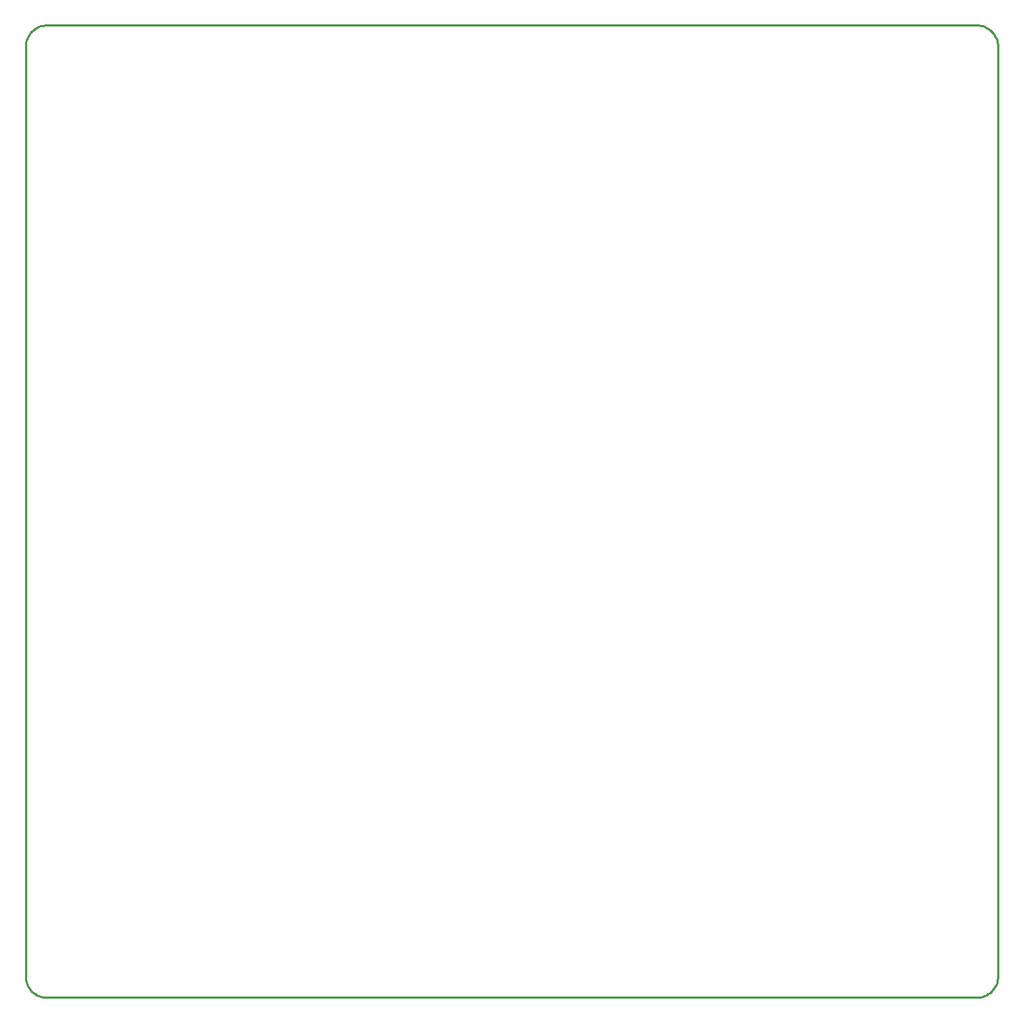
<source format=gko>
G04*
G04 #@! TF.GenerationSoftware,Altium Limited,Altium Designer,21.6.4 (81)*
G04*
G04 Layer_Color=16711935*
%FSLAX25Y25*%
%MOIN*%
G70*
G04*
G04 #@! TF.SameCoordinates,C67C839C-C820-48AB-A8CB-E8DEEFDEEB59*
G04*
G04*
G04 #@! TF.FilePolarity,Positive*
G04*
G01*
G75*
%ADD17C,0.01000*%
D17*
X-108110Y433071D02*
X-109090Y433023D01*
X-110061Y432879D01*
X-111013Y432640D01*
X-111937Y432310D01*
X-112824Y431890D01*
X-113666Y431386D01*
X-114454Y430801D01*
X-115181Y430142D01*
X-115840Y429415D01*
X-116425Y428626D01*
X-116929Y427785D01*
X-117349Y426898D01*
X-117680Y425974D01*
X-117918Y425022D01*
X-118062Y424051D01*
X-118110Y423071D01*
X334646D02*
X334597Y424051D01*
X334453Y425022D01*
X334215Y425974D01*
X333884Y426898D01*
X333465Y427785D01*
X332960Y428626D01*
X332376Y429415D01*
X331717Y430142D01*
X330990Y430801D01*
X330201Y431386D01*
X329360Y431890D01*
X328472Y432310D01*
X327548Y432640D01*
X326596Y432879D01*
X325626Y433023D01*
X324646Y433071D01*
Y-19685D02*
X325626Y-19637D01*
X326596Y-19493D01*
X327548Y-19254D01*
X328472Y-18924D01*
X329360Y-18504D01*
X330201Y-18000D01*
X330990Y-17415D01*
X331717Y-16756D01*
X332376Y-16029D01*
X332960Y-15241D01*
X333465Y-14399D01*
X333884Y-13512D01*
X334215Y-12588D01*
X334453Y-11636D01*
X334597Y-10665D01*
X334646Y-9685D01*
X-118110D02*
X-118062Y-10665D01*
X-117918Y-11636D01*
X-117680Y-12588D01*
X-117349Y-13512D01*
X-116929Y-14399D01*
X-116425Y-15241D01*
X-115840Y-16029D01*
X-115181Y-16756D01*
X-114454Y-17415D01*
X-113666Y-18000D01*
X-112824Y-18504D01*
X-111937Y-18924D01*
X-111013Y-19254D01*
X-110061Y-19493D01*
X-109090Y-19637D01*
X-108110Y-19685D01*
X-118110Y-9685D02*
Y423071D01*
X-108110Y433071D02*
X324646D01*
X334646Y-9685D02*
Y423071D01*
X-108110Y-19685D02*
X324646D01*
M02*

</source>
